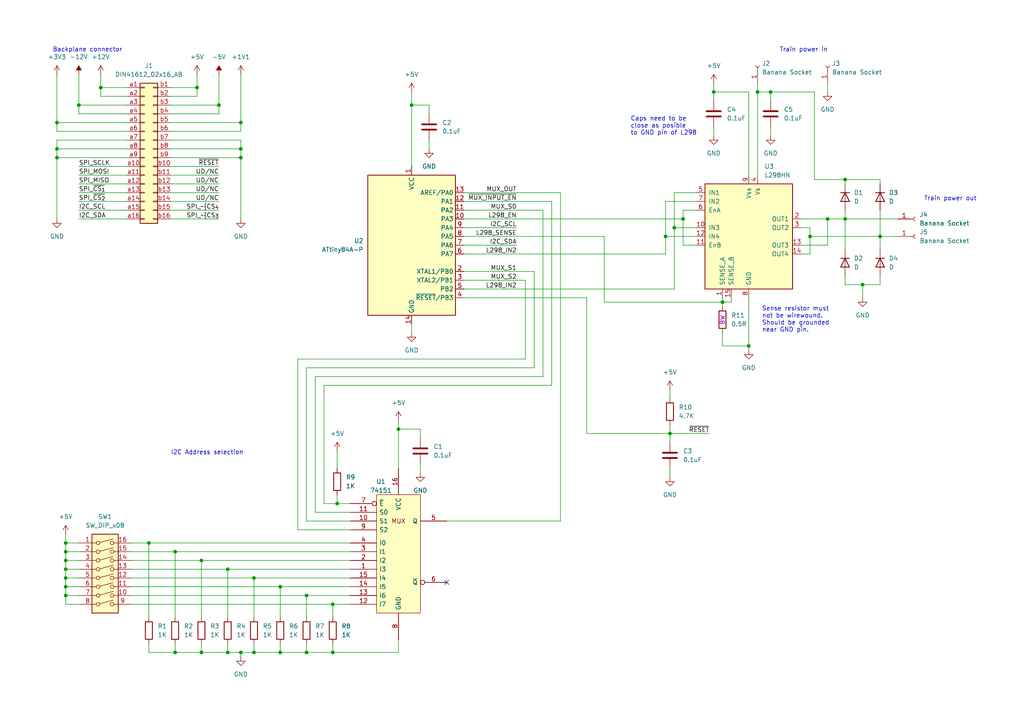
<source format=kicad_sch>
(kicad_sch (version 20211123) (generator eeschema)
  (paper "A4")
  (title_block (title "ATTiny84 L298 Speed controller") (date "2022-09-16") (rev "0.1") (company "Sidings Media") (comment 1 "Licence: CERN-OHL-P-2.0 or any later version"))
  (lib_symbols
    (symbol "74xx_IEEE:74151" (pin_names (offset 0.762))
      (property "Reference" "U?" (at -5.08 20.32 0))
      (property "Value" "74151" (at -5.08 17.78 0))
      (symbol "74151_0_0"
        (rectangle (start -6.35 16.51) (end 6.35 -17.78) (fill (type background)))
        (text "MUX" (at 0 8.89 0) (effects (font (size 1.27 1.27))))
        (pin power_in line (at 0 24.13 270) (length 7.62) (name "VCC") (number "16"))
        (pin power_in line (at 0 -25.4 90) (length 7.62) (name "GND") (number "8"))
      )
      (symbol "74151_1_1"
        (pin input line (at -13.97 -5.08 0) (length 7.62) (name "I3") (number "1"))
        (pin input line (at -13.97 8.89 0) (length 7.62) (name "S1") (number "10"))
        (pin input line (at -13.97 11.43 0) (length 7.62) (name "S0") (number "11"))
        (pin input line (at -13.97 -15.24 0) (length 7.62) (name "I7") (number "12"))
        (pin input line (at -13.97 -12.7 0) (length 7.62) (name "I6") (number "13"))
        (pin input line (at -13.97 -10.16 0) (length 7.62) (name "I5") (number "14"))
        (pin input line (at -13.97 -7.62 0) (length 7.62) (name "I4") (number "15"))
        (pin input line (at -13.97 -2.54 0) (length 7.62) (name "I2") (number "2"))
        (pin input line (at -13.97 0 0) (length 7.62) (name "I1") (number "3"))
        (pin input line (at -13.97 2.54 0) (length 7.62) (name "I0") (number "4"))
        (pin output line (at 13.97 8.89 180) (length 7.62) (name "Q") (number "5"))
        (pin output inverted (at 13.97 -8.89 180) (length 7.62) (name "~{Q}") (number "6"))
        (pin input inverted (at -13.97 13.97 0) (length 7.62) (name "~{E}") (number "7"))
        (pin input line (at -13.97 6.35 0) (length 7.62) (name "S2") (number "9"))
      )
    )
    (symbol "Connector:Conn_01x01_Female" (pin_names (offset 1.016) hide)
      (property "Reference" "J" (at 0 2.54 0))
      (property "Value" "Conn_01x01_Female" (at 0 -2.54 0))
      (symbol "Conn_01x01_Female_1_1"
        (polyline (pts (xy -1.27 0) (xy -0.508 0)) (stroke (width 0.1524)))
        (arc (start 0 0.508) (mid -0.508 0) (end 0 -0.508) (stroke (width 0.1524)))
        (pin passive line (at -5.08 0 0) (length 3.81) (name "Pin_1") (number "1"))
      )
    )
    (symbol "Connector:DIN41612_02x16_AB" (pin_names (offset 1.016) hide)
      (property "Reference" "J" (at 1.27 20.32 0))
      (property "Value" "DIN41612_02x16_AB" (at 1.27 -22.86 0))
      (symbol "DIN41612_02x16_AB_1_1"
        (rectangle (start -1.27 -20.193) (end 0 -20.447) (stroke (width 0.1524)))
        (rectangle (start -1.27 -17.653) (end 0 -17.907) (stroke (width 0.1524)))
        (rectangle (start -1.27 -15.113) (end 0 -15.367) (stroke (width 0.1524)))
        (rectangle (start -1.27 -12.573) (end 0 -12.827) (stroke (width 0.1524)))
        (rectangle (start -1.27 -10.033) (end 0 -10.287) (stroke (width 0.1524)))
        (rectangle (start -1.27 -7.493) (end 0 -7.747) (stroke (width 0.1524)))
        (rectangle (start -1.27 -4.953) (end 0 -5.207) (stroke (width 0.1524)))
        (rectangle (start -1.27 -2.413) (end 0 -2.667) (stroke (width 0.1524)))
        (rectangle (start -1.27 0.127) (end 0 -0.127) (stroke (width 0.1524)))
        (rectangle (start -1.27 2.667) (end 0 2.413) (stroke (width 0.1524)))
        (rectangle (start -1.27 5.207) (end 0 4.953) (stroke (width 0.1524)))
        (rectangle (start -1.27 7.747) (end 0 7.493) (stroke (width 0.1524)))
        (rectangle (start -1.27 10.287) (end 0 10.033) (stroke (width 0.1524)))
        (rectangle (start -1.27 12.827) (end 0 12.573) (stroke (width 0.1524)))
        (rectangle (start -1.27 15.367) (end 0 15.113) (stroke (width 0.1524)))
        (rectangle (start -1.27 17.907) (end 0 17.653) (stroke (width 0.1524)))
        (rectangle (start -1.27 19.05) (end 3.81 -21.59) (stroke (width 0.254)) (fill (type background)))
        (rectangle (start 3.81 -20.193) (end 2.54 -20.447) (stroke (width 0.1524)))
        (rectangle (start 3.81 -17.653) (end 2.54 -17.907) (stroke (width 0.1524)))
        (rectangle (start 3.81 -15.113) (end 2.54 -15.367) (stroke (width 0.1524)))
        (rectangle (start 3.81 -12.573) (end 2.54 -12.827) (stroke (width 0.1524)))
        (rectangle (start 3.81 -10.033) (end 2.54 -10.287) (stroke (width 0.1524)))
        (rectangle (start 3.81 -7.493) (end 2.54 -7.747) (stroke (width 0.1524)))
        (rectangle (start 3.81 -4.953) (end 2.54 -5.207) (stroke (width 0.1524)))
        (rectangle (start 3.81 -2.413) (end 2.54 -2.667) (stroke (width 0.1524)))
        (rectangle (start 3.81 0.127) (end 2.54 -0.127) (stroke (width 0.1524)))
        (rectangle (start 3.81 2.667) (end 2.54 2.413) (stroke (width 0.1524)))
        (rectangle (start 3.81 5.207) (end 2.54 4.953) (stroke (width 0.1524)))
        (rectangle (start 3.81 7.747) (end 2.54 7.493) (stroke (width 0.1524)))
        (rectangle (start 3.81 10.287) (end 2.54 10.033) (stroke (width 0.1524)))
        (rectangle (start 3.81 12.827) (end 2.54 12.573) (stroke (width 0.1524)))
        (rectangle (start 3.81 15.367) (end 2.54 15.113) (stroke (width 0.1524)))
        (rectangle (start 3.81 17.907) (end 2.54 17.653) (stroke (width 0.1524)))
        (pin passive line (at -5.08 17.78 0) (length 3.81) (name "Pin_a1") (number "a1"))
        (pin passive line (at -5.08 -5.08 0) (length 3.81) (name "Pin_a10") (number "a10"))
        (pin passive line (at -5.08 -7.62 0) (length 3.81) (name "Pin_a11") (number "a11"))
        (pin passive line (at -5.08 -10.16 0) (length 3.81) (name "Pin_a12") (number "a12"))
        (pin passive line (at -5.08 -12.7 0) (length 3.81) (name "Pin_a13") (number "a13"))
        (pin passive line (at -5.08 -15.24 0) (length 3.81) (name "Pin_a14") (number "a14"))
        (pin passive line (at -5.08 -17.78 0) (length 3.81) (name "Pin_a15") (number "a15"))
        (pin passive line (at -5.08 -20.32 0) (length 3.81) (name "Pin_a16") (number "a16"))
        (pin passive line (at -5.08 15.24 0) (length 3.81) (name "Pin_a2") (number "a2"))
        (pin passive line (at -5.08 12.7 0) (length 3.81) (name "Pin_a3") (number "a3"))
        (pin passive line (at -5.08 10.16 0) (length 3.81) (name "Pin_a4") (number "a4"))
        (pin passive line (at -5.08 7.62 0) (length 3.81) (name "Pin_a5") (number "a5"))
        (pin passive line (at -5.08 5.08 0) (length 3.81) (name "Pin_a6") (number "a6"))
        (pin passive line (at -5.08 2.54 0) (length 3.81) (name "Pin_a7") (number "a7"))
        (pin passive line (at -5.08 0 0) (length 3.81) (name "Pin_a8") (number "a8"))
        (pin passive line (at -5.08 -2.54 0) (length 3.81) (name "Pin_a9") (number "a9"))
        (pin passive line (at 7.62 17.78 180) (length 3.81) (name "Pin_b1") (number "b1"))
        (pin passive line (at 7.62 -5.08 180) (length 3.81) (name "Pin_b10") (number "b10"))
        (pin passive line (at 7.62 -7.62 180) (length 3.81) (name "Pin_b11") (number "b11"))
        (pin passive line (at 7.62 -10.16 180) (length 3.81) (name "Pin_b12") (number "b12"))
        (pin passive line (at 7.62 -12.7 180) (length 3.81) (name "Pin_b13") (number "b13"))
        (pin passive line (at 7.62 -15.24 180) (length 3.81) (name "Pin_b14") (number "b14"))
        (pin passive line (at 7.62 -17.78 180) (length 3.81) (name "Pin_b15") (number "b15"))
        (pin passive line (at 7.62 -20.32 180) (length 3.81) (name "Pin_b16") (number "b16"))
        (pin passive line (at 7.62 15.24 180) (length 3.81) (name "Pin_b2") (number "b2"))
        (pin passive line (at 7.62 12.7 180) (length 3.81) (name "Pin_b3") (number "b3"))
        (pin passive line (at 7.62 10.16 180) (length 3.81) (name "Pin_b4") (number "b4"))
        (pin passive line (at 7.62 7.62 180) (length 3.81) (name "Pin_b5") (number "b5"))
        (pin passive line (at 7.62 5.08 180) (length 3.81) (name "Pin_b6") (number "b6"))
        (pin passive line (at 7.62 2.54 180) (length 3.81) (name "Pin_b7") (number "b7"))
        (pin passive line (at 7.62 0 180) (length 3.81) (name "Pin_b8") (number "b8"))
        (pin passive line (at 7.62 -2.54 180) (length 3.81) (name "Pin_b9") (number "b9"))
      )
    )
    (symbol "Device:C" (pin_numbers hide) (pin_names (offset 0.254))
      (property "Reference" "C" (at 0.635 2.54 0))
      (property "Value" "C" (at 0.635 -2.54 0))
      (symbol "C_0_1"
        (polyline (pts (xy -2.032 -0.762) (xy 2.032 -0.762)) (stroke (width 0.508)))
        (polyline (pts (xy -2.032 0.762) (xy 2.032 0.762)) (stroke (width 0.508)))
      )
      (symbol "C_1_1"
        (pin passive line (at 0 3.81 270) (length 2.794) (name "~") (number "1"))
        (pin passive line (at 0 -3.81 90) (length 2.794) (name "~") (number "2"))
      )
    )
    (symbol "Device:D" (pin_numbers hide) (pin_names (offset 1.016) hide)
      (property "Reference" "D" (at 0 2.54 0))
      (property "Value" "D" (at 0 -2.54 0))
      (symbol "D_0_1"
        (polyline (pts (xy -1.27 1.27) (xy -1.27 -1.27)) (stroke (width 0.254)))
        (polyline (pts (xy 1.27 0) (xy -1.27 0)))
        (polyline (pts (xy 1.27 1.27) (xy 1.27 -1.27) (xy -1.27 0) (xy 1.27 1.27)) (stroke (width 0.254)))
      )
      (symbol "D_1_1"
        (pin passive line (at -3.81 0 0) (length 2.54) (name "K") (number "1"))
        (pin passive line (at 3.81 0 180) (length 2.54) (name "A") (number "2"))
      )
    )
    (symbol "Device:R" (pin_numbers hide) (pin_names (offset 0))
      (property "Reference" "R" (at 2.032 0 90))
      (property "Value" "R" (at 0 0 90))
      (symbol "R_0_1"
        (rectangle (start -1.016 -2.54) (end 1.016 2.54) (stroke (width 0.254)))
      )
      (symbol "R_1_1"
        (pin passive line (at 0 3.81 270) (length 1.27) (name "~") (number "1"))
        (pin passive line (at 0 -3.81 90) (length 1.27) (name "~") (number "2"))
      )
    )
    (symbol "Driver_Motor:L298HN" (pin_names (offset 1.016))
      (property "Reference" "U" (at -10.16 16.51 0))
      (property "Value" "L298HN" (at 12.7 16.51 0))
      (symbol "L298HN_0_1"
        (rectangle (start -12.7 15.24) (end 12.7 -15.24) (stroke (width 0.254)) (fill (type background)))
      )
      (symbol "L298HN_1_1"
        (pin power_in line (at -7.62 -17.78 90) (length 2.54) (name "SENSE_A") (number "1"))
        (pin input line (at -15.24 2.54 0) (length 2.54) (name "IN3") (number "10"))
        (pin input line (at -15.24 -2.54 0) (length 2.54) (name "EnB") (number "11"))
        (pin input line (at -15.24 0 0) (length 2.54) (name "IN4") (number "12"))
        (pin output line (at 15.24 -2.54 180) (length 2.54) (name "OUT3") (number "13"))
        (pin output line (at 15.24 -5.08 180) (length 2.54) (name "OUT4") (number "14"))
        (pin power_in line (at -5.08 -17.78 90) (length 2.54) (name "SENSE_B") (number "15"))
        (pin output line (at 15.24 5.08 180) (length 2.54) (name "OUT1") (number "2"))
        (pin output line (at 15.24 2.54 180) (length 2.54) (name "OUT2") (number "3"))
        (pin power_in line (at 2.54 17.78 270) (length 2.54) (name "Vs") (number "4"))
        (pin input line (at -15.24 12.7 0) (length 2.54) (name "IN1") (number "5"))
        (pin input line (at -15.24 7.62 0) (length 2.54) (name "EnA") (number "6"))
        (pin input line (at -15.24 10.16 0) (length 2.54) (name "IN2") (number "7"))
        (pin power_in line (at 0 -17.78 90) (length 2.54) (name "GND") (number "8"))
        (pin power_in line (at 0 17.78 270) (length 2.54) (name "Vss") (number "9"))
      )
    )
    (symbol "MCU_Microchip_ATtiny:ATtiny84A-P"
      (property "Reference" "U" (at -12.7 21.59 0))
      (property "Value" "ATtiny84A-P" (at 2.54 -21.59 0))
      (symbol "ATtiny84A-P_0_1"
        (rectangle (start -12.7 -20.32) (end 12.7 20.32) (stroke (width 0.254)) (fill (type background)))
      )
      (symbol "ATtiny84A-P_1_1"
        (pin power_in line (at 0 22.86 270) (length 2.54) (name "VCC") (number "1"))
        (pin bidirectional line (at 15.24 7.62 180) (length 2.54) (name "PA3") (number "10"))
        (pin bidirectional line (at 15.24 10.16 180) (length 2.54) (name "PA2") (number "11"))
        (pin bidirectional line (at 15.24 12.7 180) (length 2.54) (name "PA1") (number "12"))
        (pin bidirectional line (at 15.24 15.24 180) (length 2.54) (name "AREF/PA0") (number "13"))
        (pin power_in line (at 0 -22.86 90) (length 2.54) (name "GND") (number "14"))
        (pin bidirectional line (at 15.24 -7.62 180) (length 2.54) (name "XTAL1/PB0") (number "2"))
        (pin bidirectional line (at 15.24 -10.16 180) (length 2.54) (name "XTAL2/PB1") (number "3"))
        (pin bidirectional line (at 15.24 -15.24 180) (length 2.54) (name "~{RESET}/PB3") (number "4"))
        (pin bidirectional line (at 15.24 -12.7 180) (length 2.54) (name "PB2") (number "5"))
        (pin bidirectional line (at 15.24 -2.54 180) (length 2.54) (name "PA7") (number "6"))
        (pin bidirectional line (at 15.24 0 180) (length 2.54) (name "PA6") (number "7"))
        (pin bidirectional line (at 15.24 2.54 180) (length 2.54) (name "PA5") (number "8"))
        (pin bidirectional line (at 15.24 5.08 180) (length 2.54) (name "PA4") (number "9"))
      )
    )
    (symbol "Switch:SW_DIP_x08" (pin_names (offset 0) hide)
      (property "Reference" "SW" (at 0 13.97 0))
      (property "Value" "SW_DIP_x08" (at 0 -11.43 0))
      (symbol "SW_DIP_x08_0_0"
        (circle (center -2.032 -7.62) (radius 0.508))
        (circle (center -2.032 -5.08) (radius 0.508))
        (circle (center -2.032 -2.54) (radius 0.508))
        (circle (center -2.032 0) (radius 0.508))
        (circle (center -2.032 2.54) (radius 0.508))
        (circle (center -2.032 5.08) (radius 0.508))
        (circle (center -2.032 7.62) (radius 0.508))
        (circle (center -2.032 10.16) (radius 0.508))
        (polyline (pts (xy -1.524 -7.4676) (xy 2.3622 -6.4262)))
        (polyline (pts (xy -1.524 -4.9276) (xy 2.3622 -3.8862)))
        (polyline (pts (xy -1.524 -2.3876) (xy 2.3622 -1.3462)))
        (polyline (pts (xy -1.524 0.127) (xy 2.3622 1.1684)))
        (polyline (pts (xy -1.524 2.667) (xy 2.3622 3.7084)))
        (polyline (pts (xy -1.524 5.207) (xy 2.3622 6.2484)))
        (polyline (pts (xy -1.524 7.747) (xy 2.3622 8.7884)))
        (polyline (pts (xy -1.524 10.287) (xy 2.3622 11.3284)))
        (circle (center 2.032 -7.62) (radius 0.508))
        (circle (center 2.032 -5.08) (radius 0.508))
        (circle (center 2.032 -2.54) (radius 0.508))
        (circle (center 2.032 0) (radius 0.508))
        (circle (center 2.032 2.54) (radius 0.508))
        (circle (center 2.032 5.08) (radius 0.508))
        (circle (center 2.032 7.62) (radius 0.508))
        (circle (center 2.032 10.16) (radius 0.508))
      )
      (symbol "SW_DIP_x08_0_1"
        (rectangle (start -3.81 12.7) (end 3.81 -10.16) (stroke (width 0.254)) (fill (type background)))
      )
      (symbol "SW_DIP_x08_1_1"
        (pin passive line (at -7.62 10.16 0) (length 5.08) (name "~") (number "1"))
        (pin passive line (at 7.62 -5.08 180) (length 5.08) (name "~") (number "10"))
        (pin passive line (at 7.62 -2.54 180) (length 5.08) (name "~") (number "11"))
        (pin passive line (at 7.62 0 180) (length 5.08) (name "~") (number "12"))
        (pin passive line (at 7.62 2.54 180) (length 5.08) (name "~") (number "13"))
        (pin passive line (at 7.62 5.08 180) (length 5.08) (name "~") (number "14"))
        (pin passive line (at 7.62 7.62 180) (length 5.08) (name "~") (number "15"))
        (pin passive line (at 7.62 10.16 180) (length 5.08) (name "~") (number "16"))
        (pin passive line (at -7.62 7.62 0) (length 5.08) (name "~") (number "2"))
        (pin passive line (at -7.62 5.08 0) (length 5.08) (name "~") (number "3"))
        (pin passive line (at -7.62 2.54 0) (length 5.08) (name "~") (number "4"))
        (pin passive line (at -7.62 0 0) (length 5.08) (name "~") (number "5"))
        (pin passive line (at -7.62 -2.54 0) (length 5.08) (name "~") (number "6"))
        (pin passive line (at -7.62 -5.08 0) (length 5.08) (name "~") (number "7"))
        (pin passive line (at -7.62 -7.62 0) (length 5.08) (name "~") (number "8"))
        (pin passive line (at 7.62 -7.62 180) (length 5.08) (name "~") (number "9"))
      )
    )
    (symbol "power:+12V" (power) (pin_names (offset 0))
      (property "Value" "+12V" (at 0 3.556 0))
      (symbol "+12V_0_1"
        (polyline (pts (xy -0.762 1.27) (xy 0 2.54)))
        (polyline (pts (xy 0 0) (xy 0 2.54)))
        (polyline (pts (xy 0 2.54) (xy 0.762 1.27)))
      )
      (symbol "+12V_1_1"
        (pin power_in line (at 0 0 90) (length 0) hide (name "+12V") (number "1"))
      )
    )
    (symbol "power:+1V1" (power) (pin_names (offset 0))
      (property "Value" "+1V1" (at 0 3.556 0))
      (symbol "+1V1_0_1"
        (polyline (pts (xy -0.762 1.27) (xy 0 2.54)))
        (polyline (pts (xy 0 0) (xy 0 2.54)))
        (polyline (pts (xy 0 2.54) (xy 0.762 1.27)))
      )
      (symbol "+1V1_1_1"
        (pin power_in line (at 0 0 90) (length 0) hide (name "+1V1") (number "1"))
      )
    )
    (symbol "power:+3V3" (power) (pin_names (offset 0))
      (property "Value" "+3V3" (at 0 3.556 0))
      (symbol "+3V3_0_1"
        (polyline (pts (xy -0.762 1.27) (xy 0 2.54)))
        (polyline (pts (xy 0 0) (xy 0 2.54)))
        (polyline (pts (xy 0 2.54) (xy 0.762 1.27)))
      )
      (symbol "+3V3_1_1"
        (pin power_in line (at 0 0 90) (length 0) hide (name "+3V3") (number "1"))
      )
    )
    (symbol "power:+5V" (power) (pin_names (offset 0))
      (property "Value" "+5V" (at 0 3.556 0))
      (symbol "+5V_0_1"
        (polyline (pts (xy -0.762 1.27) (xy 0 2.54)))
        (polyline (pts (xy 0 0) (xy 0 2.54)))
        (polyline (pts (xy 0 2.54) (xy 0.762 1.27)))
      )
      (symbol "+5V_1_1"
        (pin power_in line (at 0 0 90) (length 0) hide (name "+5V") (number "1"))
      )
    )
    (symbol "power:-12V" (power) (pin_names (offset 0))
      (property "Value" "-12V" (at 0 3.81 0))
      (symbol "-12V_0_0"
        (pin power_in line (at 0 0 90) (length 0) hide (name "-12V") (number "1"))
      )
      (symbol "-12V_0_1"
        (polyline (pts (xy 0 0) (xy 0 1.27) (xy 0.762 1.27) (xy 0 2.54) (xy -0.762 1.27) (xy 0 1.27)) (fill (type outline)))
      )
    )
    (symbol "power:-5V" (power) (pin_names (offset 0))
      (property "Value" "-5V" (at 0 3.81 0))
      (symbol "-5V_0_0"
        (pin power_in line (at 0 0 90) (length 0) hide (name "-5V") (number "1"))
      )
      (symbol "-5V_0_1"
        (polyline (pts (xy 0 0) (xy 0 1.27) (xy 0.762 1.27) (xy 0 2.54) (xy -0.762 1.27) (xy 0 1.27)) (fill (type outline)))
      )
    )
    (symbol "power:GND" (power) (pin_names (offset 0))
      (property "Value" "GND" (at 0 -3.81 0))
      (symbol "GND_0_1"
        (polyline (pts (xy 0 0) (xy 0 -1.27) (xy 1.27 -1.27) (xy 0 -2.54) (xy -1.27 -1.27) (xy 0 -1.27)))
      )
      (symbol "GND_1_1"
        (pin power_in line (at 0 0 270) (length 0) hide (name "GND") (number "1"))
      )
    )
  )
  (junction (at 19.05 165.1))
  (junction (at 69.85 189.23))
  (junction (at 19.05 162.56))
  (junction (at 207.01 26.67))
  (junction (at 81.28 189.23))
  (junction (at 66.04 165.1))
  (junction (at 29.21 25.4))
  (junction (at 58.42 189.23))
  (junction (at 217.17 100.33))
  (junction (at 209.55 87.63))
  (junction (at 255.27 68.58))
  (junction (at 19.05 170.18))
  (junction (at 250.19 82.55))
  (junction (at 57.15 25.4))
  (junction (at 194.31 125.73))
  (junction (at 96.52 175.26))
  (junction (at 73.66 189.23))
  (junction (at 16.51 43.18))
  (junction (at 88.9 172.72))
  (junction (at 198.12 63.5))
  (junction (at 69.85 35.56))
  (junction (at 69.85 45.72))
  (junction (at 96.52 189.23))
  (junction (at 245.11 52.07))
  (junction (at 19.05 160.02))
  (junction (at 240.03 63.5))
  (junction (at 58.42 162.56))
  (junction (at 223.52 26.67))
  (junction (at 16.51 35.56))
  (junction (at 19.05 157.48))
  (junction (at 50.8 160.02))
  (junction (at 81.28 170.18))
  (junction (at 88.9 189.23))
  (junction (at 119.38 30.48))
  (junction (at 66.04 189.23))
  (junction (at 245.11 63.5))
  (junction (at 97.79 146.05))
  (junction (at 50.8 189.23))
  (junction (at 219.71 26.67))
  (junction (at 73.66 167.64))
  (junction (at 69.85 43.18))
  (junction (at 43.18 157.48))
  (junction (at 63.5 30.48))
  (junction (at 16.51 45.72))
  (junction (at 234.95 68.58))
  (junction (at 115.57 124.46))
  (junction (at 193.04 68.58))
  (junction (at 19.05 172.72))
  (junction (at 19.05 167.64))
  (junction (at 22.86 30.48))
  (junction (at 195.58 66.04))
  (no_connect (at 129.54 168.91))
  (wire (pts (xy 66.04 186.69) (xy 66.04 189.23)))
  (wire (pts (xy 36.83 38.1) (xy 16.51 38.1)))
  (wire (pts (xy 16.51 45.72) (xy 36.83 45.72)))
  (wire (pts (xy 207.01 36.83) (xy 207.01 39.37)))
  (wire (pts (xy 217.17 100.33) (xy 217.17 101.6)))
  (wire (pts (xy 49.53 45.72) (xy 69.85 45.72)))
  (wire (pts (xy 49.53 27.94) (xy 57.15 27.94)))
  (wire (pts (xy 73.66 186.69) (xy 73.66 189.23)))
  (wire (pts (xy 209.55 100.33) (xy 217.17 100.33)))
  (wire (pts (xy 245.11 80.01) (xy 245.11 82.55)))
  (wire (pts (xy 232.41 73.66) (xy 234.95 73.66)))
  (wire (pts (xy 16.51 43.18) (xy 16.51 40.64)))
  (wire (pts (xy 245.11 82.55) (xy 250.19 82.55)))
  (wire (pts (xy 22.86 60.96) (xy 36.83 60.96)))
  (wire (pts (xy 162.56 151.13) (xy 162.56 55.88)))
  (wire (pts (xy 194.31 125.73) (xy 194.31 128.27)))
  (wire (pts (xy 124.46 40.64) (xy 124.46 43.18)))
  (wire (pts (xy 58.42 189.23) (xy 66.04 189.23)))
  (wire (pts (xy 38.1 170.18) (xy 81.28 170.18)))
  (wire (pts (xy 96.52 175.26) (xy 96.52 179.07)))
  (wire (pts (xy 22.86 165.1) (xy 19.05 165.1)))
  (wire (pts (xy 234.95 73.66) (xy 234.95 68.58)))
  (wire (pts (xy 217.17 26.67) (xy 217.17 50.8)))
  (wire (pts (xy 16.51 21.59) (xy 16.51 35.56)))
  (wire (pts (xy 250.19 82.55) (xy 255.27 82.55)))
  (wire (pts (xy 81.28 189.23) (xy 88.9 189.23)))
  (wire (pts (xy 255.27 53.34) (xy 255.27 52.07)))
  (wire (pts (xy 93.98 111.76) (xy 93.98 146.05)))
  (wire (pts (xy 22.86 33.02) (xy 22.86 30.48)))
  (wire (pts (xy 38.1 175.26) (xy 96.52 175.26)))
  (wire (pts (xy 234.95 66.04) (xy 234.95 68.58)))
  (wire (pts (xy 198.12 60.96) (xy 201.93 60.96)))
  (wire (pts (xy 232.41 66.04) (xy 234.95 66.04)))
  (wire (pts (xy 49.53 25.4) (xy 57.15 25.4)))
  (wire (pts (xy 134.62 83.82) (xy 195.58 83.82)))
  (wire (pts (xy 16.51 43.18) (xy 36.83 43.18)))
  (wire (pts (xy 16.51 63.5) (xy 16.51 45.72)))
  (wire (pts (xy 58.42 162.56) (xy 101.6 162.56)))
  (wire (pts (xy 124.46 30.48) (xy 124.46 33.02)))
  (wire (pts (xy 255.27 80.01) (xy 255.27 82.55)))
  (wire (pts (xy 195.58 66.04) (xy 201.93 66.04)))
  (wire (pts (xy 22.86 175.26) (xy 19.05 175.26)))
  (wire (pts (xy 22.86 172.72) (xy 19.05 172.72)))
  (wire (pts (xy 154.94 78.74) (xy 154.94 106.68)))
  (wire (pts (xy 194.31 135.89) (xy 194.31 138.43)))
  (wire (pts (xy 240.03 24.13) (xy 240.03 26.67)))
  (wire (pts (xy 207.01 26.67) (xy 217.17 26.67)))
  (wire (pts (xy 255.27 68.58) (xy 255.27 72.39)))
  (wire (pts (xy 38.1 162.56) (xy 58.42 162.56)))
  (wire (pts (xy 66.04 189.23) (xy 69.85 189.23)))
  (wire (pts (xy 38.1 172.72) (xy 88.9 172.72)))
  (wire (pts (xy 240.03 71.12) (xy 240.03 63.5)))
  (wire (pts (xy 22.86 162.56) (xy 19.05 162.56)))
  (wire (pts (xy 121.92 134.62) (xy 121.92 137.16)))
  (wire (pts (xy 49.53 33.02) (xy 63.5 33.02)))
  (wire (pts (xy 245.11 52.07) (xy 236.22 52.07)))
  (wire (pts (xy 193.04 68.58) (xy 201.93 68.58)))
  (wire (pts (xy 119.38 93.98) (xy 119.38 96.52)))
  (wire (pts (xy 96.52 175.26) (xy 101.6 175.26)))
  (wire (pts (xy 58.42 162.56) (xy 58.42 179.07)))
  (wire (pts (xy 81.28 186.69) (xy 81.28 189.23)))
  (wire (pts (xy 93.98 146.05) (xy 97.79 146.05)))
  (wire (pts (xy 134.62 58.42) (xy 160.02 58.42)))
  (wire (pts (xy 134.62 86.36) (xy 170.18 86.36)))
  (wire (pts (xy 49.53 38.1) (xy 69.85 38.1)))
  (wire (pts (xy 88.9 186.69) (xy 88.9 189.23)))
  (wire (pts (xy 119.38 30.48) (xy 119.38 48.26)))
  (wire (pts (xy 29.21 27.94) (xy 29.21 25.4)))
  (wire (pts (xy 38.1 165.1) (xy 66.04 165.1)))
  (wire (pts (xy 115.57 189.23) (xy 96.52 189.23)))
  (wire (pts (xy 88.9 151.13) (xy 101.6 151.13)))
  (wire (pts (xy 29.21 25.4) (xy 36.83 25.4)))
  (wire (pts (xy 96.52 189.23) (xy 96.52 186.69)))
  (wire (pts (xy 63.5 33.02) (xy 63.5 30.48)))
  (wire (pts (xy 209.55 96.52) (xy 209.55 100.33)))
  (wire (pts (xy 194.31 125.73) (xy 205.74 125.73)))
  (wire (pts (xy 69.85 43.18) (xy 69.85 45.72)))
  (wire (pts (xy 97.79 146.05) (xy 97.79 143.51)))
  (wire (pts (xy 217.17 86.36) (xy 217.17 100.33)))
  (wire (pts (xy 69.85 35.56) (xy 49.53 35.56)))
  (wire (pts (xy 160.02 111.76) (xy 93.98 111.76)))
  (wire (pts (xy 19.05 170.18) (xy 19.05 167.64)))
  (wire (pts (xy 49.53 60.96) (xy 63.5 60.96)))
  (wire (pts (xy 223.52 36.83) (xy 223.52 39.37)))
  (wire (pts (xy 38.1 167.64) (xy 73.66 167.64)))
  (wire (pts (xy 223.52 26.67) (xy 223.52 29.21)))
  (wire (pts (xy 119.38 26.67) (xy 119.38 30.48)))
  (wire (pts (xy 58.42 186.69) (xy 58.42 189.23)))
  (wire (pts (xy 245.11 63.5) (xy 245.11 72.39)))
  (wire (pts (xy 69.85 40.64) (xy 69.85 43.18)))
  (wire (pts (xy 16.51 45.72) (xy 16.51 43.18)))
  (wire (pts (xy 207.01 29.21) (xy 207.01 26.67)))
  (wire (pts (xy 209.55 87.63) (xy 209.55 88.9)))
  (wire (pts (xy 129.54 151.13) (xy 162.56 151.13)))
  (wire (pts (xy 49.53 43.18) (xy 69.85 43.18)))
  (wire (pts (xy 219.71 26.67) (xy 219.71 50.8)))
  (wire (pts (xy 49.53 63.5) (xy 63.5 63.5)))
  (wire (pts (xy 86.36 153.67) (xy 101.6 153.67)))
  (wire (pts (xy 49.53 58.42) (xy 63.5 58.42)))
  (wire (pts (xy 201.93 71.12) (xy 198.12 71.12)))
  (wire (pts (xy 57.15 21.59) (xy 57.15 25.4)))
  (wire (pts (xy 236.22 26.67) (xy 223.52 26.67)))
  (wire (pts (xy 73.66 167.64) (xy 73.66 179.07)))
  (wire (pts (xy 50.8 160.02) (xy 101.6 160.02)))
  (wire (pts (xy 88.9 106.68) (xy 88.9 151.13)))
  (wire (pts (xy 115.57 185.42) (xy 115.57 189.23)))
  (wire (pts (xy 38.1 160.02) (xy 50.8 160.02)))
  (wire (pts (xy 36.83 33.02) (xy 22.86 33.02)))
  (wire (pts (xy 49.53 53.34) (xy 63.5 53.34)))
  (wire (pts (xy 43.18 157.48) (xy 101.6 157.48)))
  (wire (pts (xy 232.41 63.5) (xy 240.03 63.5)))
  (wire (pts (xy 157.48 109.22) (xy 91.44 109.22)))
  (wire (pts (xy 49.53 50.8) (xy 63.5 50.8)))
  (wire (pts (xy 157.48 60.96) (xy 157.48 109.22)))
  (wire (pts (xy 209.55 86.36) (xy 209.55 87.63)))
  (wire (pts (xy 49.53 48.26) (xy 63.5 48.26)))
  (wire (pts (xy 19.05 160.02) (xy 19.05 157.48)))
  (wire (pts (xy 198.12 63.5) (xy 198.12 60.96)))
  (wire (pts (xy 115.57 124.46) (xy 115.57 135.89)))
  (wire (pts (xy 207.01 24.13) (xy 207.01 26.67)))
  (wire (pts (xy 201.93 58.42) (xy 193.04 58.42)))
  (wire (pts (xy 88.9 189.23) (xy 96.52 189.23)))
  (wire (pts (xy 22.86 53.34) (xy 36.83 53.34)))
  (wire (pts (xy 22.86 167.64) (xy 19.05 167.64)))
  (wire (pts (xy 101.6 146.05) (xy 97.79 146.05)))
  (wire (pts (xy 219.71 26.67) (xy 223.52 26.67)))
  (wire (pts (xy 255.27 68.58) (xy 260.35 68.58)))
  (wire (pts (xy 255.27 60.96) (xy 255.27 68.58)))
  (wire (pts (xy 245.11 60.96) (xy 245.11 63.5)))
  (wire (pts (xy 16.51 40.64) (xy 36.83 40.64)))
  (wire (pts (xy 119.38 30.48) (xy 124.46 30.48)))
  (wire (pts (xy 175.26 68.58) (xy 175.26 87.63)))
  (wire (pts (xy 88.9 172.72) (xy 88.9 179.07)))
  (wire (pts (xy 170.18 86.36) (xy 170.18 125.73)))
  (wire (pts (xy 22.86 30.48) (xy 36.83 30.48)))
  (wire (pts (xy 201.93 55.88) (xy 195.58 55.88)))
  (wire (pts (xy 16.51 38.1) (xy 16.51 35.56)))
  (wire (pts (xy 195.58 83.82) (xy 195.58 66.04)))
  (wire (pts (xy 91.44 109.22) (xy 91.44 148.59)))
  (wire (pts (xy 19.05 175.26) (xy 19.05 172.72)))
  (wire (pts (xy 43.18 157.48) (xy 43.18 179.07)))
  (wire (pts (xy 121.92 124.46) (xy 121.92 127)))
  (wire (pts (xy 152.4 104.14) (xy 86.36 104.14)))
  (wire (pts (xy 57.15 27.94) (xy 57.15 25.4)))
  (wire (pts (xy 22.86 50.8) (xy 36.83 50.8)))
  (wire (pts (xy 29.21 21.59) (xy 29.21 25.4)))
  (wire (pts (xy 88.9 172.72) (xy 101.6 172.72)))
  (wire (pts (xy 160.02 58.42) (xy 160.02 111.76)))
  (wire (pts (xy 36.83 27.94) (xy 29.21 27.94)))
  (wire (pts (xy 134.62 73.66) (xy 193.04 73.66)))
  (wire (pts (xy 69.85 21.59) (xy 69.85 35.56)))
  (wire (pts (xy 43.18 186.69) (xy 43.18 189.23)))
  (wire (pts (xy 19.05 162.56) (xy 19.05 160.02)))
  (wire (pts (xy 22.86 55.88) (xy 36.83 55.88)))
  (wire (pts (xy 43.18 189.23) (xy 50.8 189.23)))
  (wire (pts (xy 240.03 63.5) (xy 245.11 63.5)))
  (wire (pts (xy 195.58 55.88) (xy 195.58 66.04)))
  (wire (pts (xy 152.4 81.28) (xy 152.4 104.14)))
  (wire (pts (xy 154.94 106.68) (xy 88.9 106.68)))
  (wire (pts (xy 234.95 68.58) (xy 255.27 68.58)))
  (wire (pts (xy 66.04 165.1) (xy 101.6 165.1)))
  (wire (pts (xy 19.05 157.48) (xy 22.86 157.48)))
  (wire (pts (xy 236.22 52.07) (xy 236.22 26.67)))
  (wire (pts (xy 69.85 189.23) (xy 69.85 190.5)))
  (wire (pts (xy 19.05 154.94) (xy 19.05 157.48)))
  (wire (pts (xy 255.27 52.07) (xy 245.11 52.07)))
  (wire (pts (xy 91.44 148.59) (xy 101.6 148.59)))
  (wire (pts (xy 50.8 189.23) (xy 58.42 189.23)))
  (wire (pts (xy 19.05 172.72) (xy 19.05 170.18)))
  (wire (pts (xy 134.62 78.74) (xy 154.94 78.74)))
  (wire (pts (xy 250.19 82.55) (xy 250.19 86.36)))
  (wire (pts (xy 232.41 71.12) (xy 240.03 71.12)))
  (wire (pts (xy 134.62 71.12) (xy 149.86 71.12)))
  (wire (pts (xy 63.5 21.59) (xy 63.5 30.48)))
  (wire (pts (xy 175.26 87.63) (xy 209.55 87.63)))
  (wire (pts (xy 194.31 115.57) (xy 194.31 113.03)))
  (wire (pts (xy 69.85 38.1) (xy 69.85 35.56)))
  (wire (pts (xy 86.36 104.14) (xy 86.36 153.67)))
  (wire (pts (xy 115.57 124.46) (xy 121.92 124.46)))
  (wire (pts (xy 22.86 58.42) (xy 36.83 58.42)))
  (wire (pts (xy 81.28 170.18) (xy 81.28 179.07)))
  (wire (pts (xy 22.86 48.26) (xy 36.83 48.26)))
  (wire (pts (xy 194.31 123.19) (xy 194.31 125.73)))
  (wire (pts (xy 245.11 63.5) (xy 260.35 63.5)))
  (wire (pts (xy 219.71 24.13) (xy 219.71 26.67)))
  (wire (pts (xy 134.62 66.04) (xy 149.86 66.04)))
  (wire (pts (xy 245.11 52.07) (xy 245.11 53.34)))
  (wire (pts (xy 193.04 73.66) (xy 193.04 68.58)))
  (wire (pts (xy 69.85 189.23) (xy 73.66 189.23)))
  (wire (pts (xy 198.12 71.12) (xy 198.12 63.5)))
  (wire (pts (xy 170.18 125.73) (xy 194.31 125.73)))
  (wire (pts (xy 134.62 60.96) (xy 157.48 60.96)))
  (wire (pts (xy 162.56 55.88) (xy 134.62 55.88)))
  (wire (pts (xy 19.05 167.64) (xy 19.05 165.1)))
  (wire (pts (xy 212.09 86.36) (xy 212.09 87.63)))
  (wire (pts (xy 19.05 165.1) (xy 19.05 162.56)))
  (wire (pts (xy 134.62 68.58) (xy 175.26 68.58)))
  (wire (pts (xy 63.5 30.48) (xy 49.53 30.48)))
  (wire (pts (xy 81.28 170.18) (xy 101.6 170.18)))
  (wire (pts (xy 50.8 160.02) (xy 50.8 179.07)))
  (wire (pts (xy 73.66 167.64) (xy 101.6 167.64)))
  (wire (pts (xy 50.8 186.69) (xy 50.8 189.23)))
  (wire (pts (xy 73.66 189.23) (xy 81.28 189.23)))
  (wire (pts (xy 16.51 35.56) (xy 36.83 35.56)))
  (wire (pts (xy 49.53 40.64) (xy 69.85 40.64)))
  (wire (pts (xy 134.62 81.28) (xy 152.4 81.28)))
  (wire (pts (xy 193.04 58.42) (xy 193.04 68.58)))
  (wire (pts (xy 22.86 21.59) (xy 22.86 30.48)))
  (wire (pts (xy 22.86 160.02) (xy 19.05 160.02)))
  (wire (pts (xy 49.53 55.88) (xy 63.5 55.88)))
  (wire (pts (xy 22.86 170.18) (xy 19.05 170.18)))
  (wire (pts (xy 134.62 63.5) (xy 198.12 63.5)))
  (wire (pts (xy 212.09 87.63) (xy 209.55 87.63)))
  (wire (pts (xy 22.86 63.5) (xy 36.83 63.5)))
  (wire (pts (xy 69.85 45.72) (xy 69.85 63.5)))
  (wire (pts (xy 97.79 130.81) (xy 97.79 135.89)))
  (wire (pts (xy 115.57 121.92) (xy 115.57 124.46)))
  (wire (pts (xy 38.1 157.48) (xy 43.18 157.48)))
  (wire (pts (xy 66.04 165.1) (xy 66.04 179.07)))
  (text "Sense resistor must\nnot be wirewound.\nShould be grounded\nnear GND pin." (at 220.98 96.52 0) (effects (font (size 1.27 1.27)) (justify left bottom)))
  (text "I2C Address selection" (at 49.53 132.08 0) (effects (font (size 1.27 1.27)) (justify left bottom)))
  (text "Caps need to be\nclose as posible\nto GND pin of L298" (at 182.88 39.37 0) (effects (font (size 1.27 1.27)) (justify left bottom)))
  (text "Backplane connector" (at 15.24 15.24 0) (effects (font (size 1.27 1.27)) (justify left bottom)))
  (text "Train power out" (at 267.97 58.42 0) (effects (font (size 1.27 1.27)) (justify left bottom)))
  (text "Train power in" (at 226.06 15.24 0) (effects (font (size 1.27 1.27)) (justify left bottom)))
  (label "L298_SENSE" (at 149.86 68.58 180))
  (label "SPI_~{CS_{1}}" (at 22.86 55.88 0))
  (label "MUX_S1" (at 149.86 78.74 180))
  (label "MUX_S2" (at 149.86 81.28 180))
  (label "I2C_SCL" (at 149.86 66.04 180))
  (label "L298_EN" (at 149.86 63.5 180))
  (label "UD{slash}NC" (at 63.5 53.34 180))
  (label "I2C_SCL" (at 22.86 60.96 0))
  (label "UD{slash}NC" (at 63.5 55.88 180))
  (label "I2C_SDA" (at 149.86 71.12 180))
  (label "~{RESET}" (at 63.5 48.26 180))
  (label "SPI_~{CS_{2}}" (at 22.86 58.42 0))
  (label "SPI_SCLK" (at 22.86 48.26 0))
  (label "SPI_MOSI" (at 22.86 50.8 0))
  (label "I2C_SDA" (at 22.86 63.5 0))
  (label "UD{slash}NC" (at 63.5 58.42 180))
  (label "SPI_MISO" (at 22.86 53.34 0))
  (label "MUX_S0" (at 149.86 60.96 180))
  (label "L298_IN2" (at 149.86 73.66 180))
  (label "UD{slash}NC" (at 63.5 50.8 180))
  (label "SPI_~{CS_{4}" (at 63.5 60.96 180))
  (label "~{RESET}" (at 205.74 125.73 180))
  (label "SPI_~{CS_{3}" (at 63.5 63.5 180))
  (label "L298_IN2" (at 149.86 83.82 180))
  (label "MUX_OUT" (at 149.86 55.88 180))
  (label "~{MUX_INPUT_EN}" (at 149.86 58.42 180))
  (symbol (lib_id "power:GND") (at 240.03 26.67 0) (unit 1)
    (property "Reference" "#PWR023" (effects hide))
    (property "Value" "GND" (at 240.03 31.75 0))
  )
  (symbol (lib_id "power:GND") (at 124.46 43.18 0) (unit 1)
    (property "Reference" "#PWR016" (effects hide))
    (property "Value" "GND" (at 124.46 48.26 0))
  )
  (symbol (lib_id "power:-12V") (at 22.86 21.59 0) (unit 1)
    (property "Reference" "#PWR04" (effects hide))
    (property "Value" "-12V" (at 22.86 16.51 0))
  )
  (symbol (lib_id "Device:R") (at 73.66 182.88 0) (unit 1)
    (property "Reference" "R5" (at 76.2 181.6099 0) (effects (justify left)))
    (property "Value" "1K" (at 76.2 184.1499 0) (effects (justify left)))
    (property "Footprint" "Resistor_THT:R_Axial_DIN0207_L6.3mm_D2.5mm_P7.62mm_Horizontal" (effects hide))
  )
  (symbol (lib_id "power:GND") (at 207.01 39.37 0) (unit 1)
    (property "Reference" "#PWR020" (effects hide))
    (property "Value" "GND" (at 207.01 44.45 0))
  )
  (symbol (lib_id "Connector:Conn_01x01_Female") (at 240.03 19.05 90) (unit 1)
    (property "Reference" "J3" (at 241.3 18.4149 90) (effects (justify right)))
    (property "Value" "Banana Socket" (at 241.3 20.9549 90) (effects (justify right)))
    (property "Footprint" "Connector:Banana_Jack_3Pin" (effects hide))
  )
  (symbol (lib_id "Device:R") (at 96.52 182.88 0) (unit 1)
    (property "Reference" "R8" (at 99.06 181.6099 0) (effects (justify left)))
    (property "Value" "1K" (at 99.06 184.1499 0) (effects (justify left)))
    (property "Footprint" "Resistor_THT:R_Axial_DIN0207_L6.3mm_D2.5mm_P7.62mm_Horizontal" (effects hide))
  )
  (symbol (lib_id "Connector:Conn_01x01_Female") (at 265.43 68.58 0) (unit 1)
    (property "Reference" "J5" (at 266.7 67.3099 0) (effects (justify left)))
    (property "Value" "Banana Socket" (at 266.7 69.8499 0) (effects (justify left)))
    (property "Footprint" "Connector:Banana_Jack_3Pin" (effects hide))
  )
  (symbol (lib_id "Device:R") (at 97.79 139.7 0) (unit 1)
    (property "Reference" "R9" (at 100.33 138.4299 0) (effects (justify left)))
    (property "Value" "1K" (at 100.33 140.9699 0) (effects (justify left)))
    (property "Footprint" "Resistor_THT:R_Axial_DIN0207_L6.3mm_D2.5mm_P7.62mm_Horizontal" (effects hide))
  )
  (symbol (lib_id "Device:R") (at 81.28 182.88 0) (unit 1)
    (property "Reference" "R6" (at 83.82 181.6099 0) (effects (justify left)))
    (property "Value" "1K" (at 83.82 184.1499 0) (effects (justify left)))
    (property "Footprint" "Resistor_THT:R_Axial_DIN0207_L6.3mm_D2.5mm_P7.62mm_Horizontal" (effects hide))
  )
  (symbol (lib_id "power:GND") (at 69.85 63.5 0) (unit 1)
    (property "Reference" "#PWR09" (effects hide))
    (property "Value" "GND" (at 69.85 68.58 0))
  )
  (symbol (lib_id "power:GND") (at 16.51 63.5 0) (unit 1)
    (property "Reference" "#PWR02" (effects hide))
    (property "Value" "GND" (at 16.51 68.58 0))
  )
  (symbol (lib_id "power:GND") (at 119.38 96.52 0) (unit 1)
    (property "Reference" "#PWR014" (effects hide))
    (property "Value" "GND" (at 119.38 101.6 0))
  )
  (symbol (lib_id "Device:R") (at 58.42 182.88 0) (unit 1)
    (property "Reference" "R3" (at 60.96 181.6099 0) (effects (justify left)))
    (property "Value" "1K" (at 60.96 184.1499 0) (effects (justify left)))
    (property "Footprint" "Resistor_THT:R_Axial_DIN0207_L6.3mm_D2.5mm_P7.62mm_Horizontal" (effects hide))
  )
  (symbol (lib_id "Device:R") (at 66.04 182.88 0) (unit 1)
    (property "Reference" "R4" (at 68.58 181.6099 0) (effects (justify left)))
    (property "Value" "1K" (at 68.58 184.1499 0) (effects (justify left)))
    (property "Footprint" "Resistor_THT:R_Axial_DIN0207_L6.3mm_D2.5mm_P7.62mm_Horizontal" (effects hide))
  )
  (symbol (lib_id "Device:C") (at 121.92 130.81 0) (unit 1)
    (property "Reference" "C1" (at 125.73 129.5399 0) (effects (justify left)))
    (property "Value" "0.1uF" (at 125.73 132.0799 0) (effects (justify left)))
    (property "Footprint" "Capacitor_THT:C_Disc_D4.7mm_W2.5mm_P5.00mm" (effects hide))
  )
  (symbol (lib_id "power:+3V3") (at 16.51 21.59 0) (unit 1)
    (property "Reference" "#PWR01" (effects hide))
    (property "Value" "+3V3" (at 16.51 16.51 0))
  )
  (symbol (lib_id "power:GND") (at 121.92 137.16 0) (unit 1)
    (property "Reference" "#PWR015" (effects hide))
    (property "Value" "GND" (at 121.92 142.24 0))
  )
  (symbol (lib_id "Device:R") (at 194.31 119.38 0) (unit 1)
    (property "Reference" "R10" (at 196.85 118.1099 0) (effects (justify left)))
    (property "Value" "4.7K" (at 196.85 120.6499 0) (effects (justify left)))
    (property "Footprint" "Resistor_THT:R_Axial_DIN0207_L6.3mm_D2.5mm_P7.62mm_Horizontal" (effects hide))
  )
  (symbol (lib_id "Connector:Conn_01x01_Female") (at 265.43 63.5 0) (unit 1)
    (property "Reference" "J4" (at 266.7 62.2299 0) (effects (justify left)))
    (property "Value" "Banana Socket" (at 266.7 64.7699 0) (effects (justify left)))
    (property "Footprint" "Connector:Banana_Jack_3Pin" (effects hide))
  )
  (symbol (lib_id "Device:C") (at 223.52 33.02 0) (unit 1)
    (property "Reference" "C5" (at 227.33 31.7499 0) (effects (justify left)))
    (property "Value" "0.1uF" (at 227.33 34.2899 0) (effects (justify left)))
    (property "Footprint" "Capacitor_THT:C_Disc_D4.7mm_W2.5mm_P5.00mm" (effects hide))
  )
  (symbol (lib_id "Switch:SW_DIP_x08") (at 30.48 167.64 0) (unit 1)
    (property "Reference" "SW1" (at 30.48 149.86 0))
    (property "Value" "SW_DIP_x08" (at 30.48 152.4 0))
    (property "Footprint" "Package_DIP:DIP-16_W7.62mm" (effects hide))
  )
  (symbol (lib_id "power:GND") (at 223.52 39.37 0) (unit 1)
    (property "Reference" "#PWR022" (effects hide))
    (property "Value" "GND" (at 223.52 44.45 0))
  )
  (symbol (lib_id "Device:D") (at 245.11 57.15 270) (unit 1)
    (property "Reference" "D1" (at 247.65 55.8799 90) (effects (justify left)))
    (property "Value" "D" (at 247.65 58.4199 90) (effects (justify left)))
    (property "Footprint" "Diode_THT:D_5W_P10.16mm_Horizontal" (effects hide))
  )
  (symbol (lib_id "Device:R") (at 209.55 92.71 0) (unit 1)
    (property "Reference" "R11" (at 212.09 91.4399 0) (effects (justify left)))
    (property "Value" "0.5R" (at 212.09 93.9799 0) (effects (justify left)))
    (property "Footprint" "Resistor_THT:R_Axial_DIN0617_L17.0mm_D6.0mm_P20.32mm_Horizontal" (effects hide))
    (property "Power" "8W" (at 209.55 92.71 90))
  )
  (symbol (lib_id "power:GND") (at 217.17 101.6 0) (unit 1)
    (property "Reference" "#PWR021" (effects hide))
    (property "Value" "GND" (at 217.17 106.68 0))
  )
  (symbol (lib_id "power:+5V") (at 115.57 121.92 0) (unit 1)
    (property "Reference" "#PWR012" (effects hide))
    (property "Value" "+5V" (at 115.57 116.84 0))
  )
  (symbol (lib_id "Connector:Conn_01x01_Female") (at 219.71 19.05 90) (unit 1)
    (property "Reference" "J2" (at 220.98 18.4149 90) (effects (justify right)))
    (property "Value" "Banana Socket" (at 220.98 20.9549 90) (effects (justify right)))
    (property "Footprint" "Connector:Banana_Jack_3Pin" (effects hide))
  )
  (symbol (lib_id "power:-5V") (at 63.5 21.59 0) (unit 1)
    (property "Reference" "#PWR07" (effects hide))
    (property "Value" "-5V" (at 63.5 16.51 0))
  )
  (symbol (lib_id "Driver_Motor:L298HN") (at 217.17 68.58 0) (unit 1)
    (property "Reference" "U3" (at 221.7294 48.26 0) (effects (justify left)))
    (property "Value" "L298HN" (at 221.7294 50.8 0) (effects (justify left)))
    (property "Footprint" "Package_TO_SOT_THT:TO-220-15_P2.54x2.54mm_StaggerOdd_Lead5.84mm_TabDown" (effects hide))
    (property "Datasheet" "http://www.st.com/st-web-ui/static/active/en/resource/technical/document/datasheet/CD00000240.pdf" (effects hide))
  )
  (symbol (lib_id "Device:R") (at 88.9 182.88 0) (unit 1)
    (property "Reference" "R7" (at 91.44 181.6099 0) (effects (justify left)))
    (property "Value" "1K" (at 91.44 184.1499 0) (effects (justify left)))
    (property "Footprint" "Resistor_THT:R_Axial_DIN0207_L6.3mm_D2.5mm_P7.62mm_Horizontal" (effects hide))
  )
  (symbol (lib_id "Device:C") (at 207.01 33.02 0) (unit 1)
    (property "Reference" "C4" (at 210.82 31.7499 0) (effects (justify left)))
    (property "Value" "0.1uF" (at 210.82 34.2899 0) (effects (justify left)))
    (property "Footprint" "Capacitor_THT:C_Disc_D4.7mm_W2.5mm_P5.00mm" (effects hide))
  )
  (symbol (lib_id "Device:C") (at 124.46 36.83 0) (unit 1)
    (property "Reference" "C2" (at 128.27 35.5599 0) (effects (justify left)))
    (property "Value" "0.1uF" (at 128.27 38.0999 0) (effects (justify left)))
    (property "Footprint" "Capacitor_THT:C_Disc_D4.7mm_W2.5mm_P5.00mm" (effects hide))
  )
  (symbol (lib_id "Device:R") (at 43.18 182.88 0) (unit 1)
    (property "Reference" "R1" (at 45.72 181.6099 0) (effects (justify left)))
    (property "Value" "1K" (at 45.72 184.1499 0) (effects (justify left)))
    (property "Footprint" "Resistor_THT:R_Axial_DIN0207_L6.3mm_D2.5mm_P7.62mm_Horizontal" (effects hide))
  )
  (symbol (lib_id "power:+1V1") (at 69.85 21.59 0) (unit 1)
    (property "Reference" "#PWR08" (effects hide))
    (property "Value" "+1V1" (at 69.85 16.51 0))
  )
  (symbol (lib_id "Device:C") (at 194.31 132.08 0) (unit 1)
    (property "Reference" "C3" (at 198.12 130.8099 0) (effects (justify left)))
    (property "Value" "0.1uF" (at 198.12 133.3499 0) (effects (justify left)))
    (property "Footprint" "Capacitor_THT:C_Disc_D4.7mm_W2.5mm_P5.00mm" (effects hide))
  )
  (symbol (lib_id "power:+12V") (at 29.21 21.59 0) (unit 1)
    (property "Reference" "#PWR05" (effects hide))
    (property "Value" "+12V" (at 29.21 16.51 0))
  )
  (symbol (lib_id "power:+5V") (at 119.38 26.67 0) (unit 1)
    (property "Reference" "#PWR013" (effects hide))
    (property "Value" "+5V" (at 119.38 21.59 0))
  )
  (symbol (lib_id "power:GND") (at 194.31 138.43 0) (unit 1)
    (property "Reference" "#PWR018" (effects hide))
    (property "Value" "GND" (at 194.31 143.51 0))
  )
  (symbol (lib_id "Device:D") (at 255.27 57.15 270) (unit 1)
    (property "Reference" "D3" (at 257.81 55.8799 90) (effects (justify left)))
    (property "Value" "D" (at 257.81 58.4199 90) (effects (justify left)))
    (property "Footprint" "Diode_THT:D_5W_P10.16mm_Horizontal" (effects hide))
  )
  (symbol (lib_id "power:GND") (at 69.85 190.5 0) (unit 1)
    (property "Reference" "#PWR010" (effects hide))
    (property "Value" "GND" (at 69.85 195.58 0))
  )
  (symbol (lib_id "power:+5V") (at 19.05 154.94 0) (unit 1)
    (property "Reference" "#PWR03" (effects hide))
    (property "Value" "+5V" (at 19.05 149.86 0))
  )
  (symbol (lib_id "power:+5V") (at 97.79 130.81 0) (unit 1)
    (property "Reference" "#PWR011" (effects hide))
    (property "Value" "+5V" (at 97.79 125.73 0))
  )
  (symbol (lib_id "power:+5V") (at 57.15 21.59 0) (unit 1)
    (property "Reference" "#PWR06" (effects hide))
    (property "Value" "+5V" (at 57.15 16.51 0))
  )
  (symbol (lib_id "74xx_IEEE:74151") (at 115.57 160.02 0) (unit 1)
    (property "Reference" "U1" (at 110.49 139.7 0))
    (property "Value" "74151" (at 110.49 142.24 0))
    (property "Footprint" "Package_DIP:DIP-16_W7.62mm" (effects hide))
  )
  (symbol (lib_id "Connector:DIN41612_02x16_AB") (at 41.91 43.18 0) (unit 1)
    (property "Reference" "J1" (at 43.18 19.05 0))
    (property "Value" "DIN41612_02x16_AB" (at 43.18 21.59 0))
    (property "Footprint" "Connector_DIN:DIN41612_B2_2x16_Male_Horizontal_THT" (effects hide))
  )
  (symbol (lib_id "MCU_Microchip_ATtiny:ATtiny84A-P") (at 119.38 71.12 0) (unit 1)
    (property "Reference" "U2" (at 105.41 69.8499 0) (effects (justify right)))
    (property "Value" "ATtiny84A-P" (at 105.41 72.3899 0) (effects (justify right)))
    (property "Footprint" "Package_DIP:DIP-14_W7.62mm" (effects hide))
    (property "Datasheet" "http://ww1.microchip.com/downloads/en/DeviceDoc/doc8183.pdf" (effects hide))
  )
  (symbol (lib_id "power:GND") (at 250.19 86.36 0) (unit 1)
    (property "Reference" "#PWR024" (effects hide))
    (property "Value" "GND" (at 250.19 91.44 0))
  )
  (symbol (lib_id "power:+5V") (at 207.01 24.13 0) (unit 1)
    (property "Reference" "#PWR019" (effects hide))
    (property "Value" "+5V" (at 207.01 19.05 0))
  )
  (symbol (lib_id "Device:D") (at 255.27 76.2 270) (unit 1)
    (property "Reference" "D4" (at 257.81 74.9299 90) (effects (justify left)))
    (property "Value" "D" (at 257.81 77.4699 90) (effects (justify left)))
    (property "Footprint" "Diode_THT:D_5W_P10.16mm_Horizontal" (effects hide))
  )
  (symbol (lib_id "power:+5V") (at 194.31 113.03 0) (unit 1)
    (property "Reference" "#PWR017" (effects hide))
    (property "Value" "+5V" (at 194.31 107.95 0))
  )
  (symbol (lib_id "Device:D") (at 245.11 76.2 270) (unit 1)
    (property "Reference" "D2" (at 247.65 74.9299 90) (effects (justify left)))
    (property "Value" "D" (at 247.65 77.4699 90) (effects (justify left)))
    (property "Footprint" "Diode_THT:D_5W_P10.16mm_Horizontal" (effects hide))
  )
  (symbol (lib_id "Device:R") (at 50.8 182.88 0) (unit 1)
    (property "Reference" "R2" (at 53.34 181.6099 0) (effects (justify left)))
    (property "Value" "1K" (at 53.34 184.1499 0) (effects (justify left)))
    (property "Footprint" "Resistor_THT:R_Axial_DIN0207_L6.3mm_D2.5mm_P7.62mm_Horizontal" (effects hide))
  )
)
</source>
